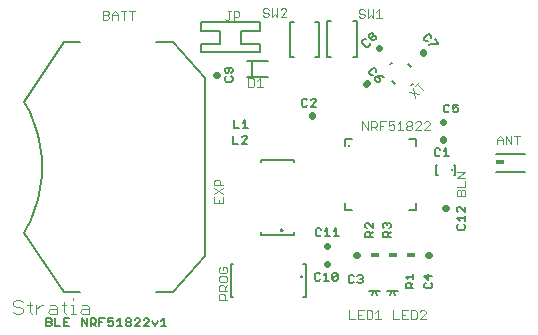
<source format=gto>
G75*
G70*
%OFA0B0*%
%FSLAX24Y24*%
%IPPOS*%
%LPD*%
%AMOC8*
5,1,8,0,0,1.08239X$1,22.5*
%
%ADD10C,0.0060*%
%ADD11C,0.0040*%
%ADD12C,0.0050*%
%ADD13C,0.0030*%
%ADD14C,0.0220*%
%ADD15R,0.0300X0.0180*%
%ADD16C,0.0080*%
%ADD17R,0.0094X0.0061*%
%ADD18R,0.0276X0.0118*%
D10*
X001600Y000199D02*
X001600Y000459D01*
X001730Y000459D01*
X001774Y000416D01*
X001774Y000372D01*
X001730Y000329D01*
X001774Y000286D01*
X001774Y000242D01*
X001730Y000199D01*
X001600Y000199D01*
X001600Y000329D02*
X001730Y000329D01*
X001895Y000459D02*
X001895Y000199D01*
X002068Y000199D01*
X002363Y000459D02*
X002190Y000459D01*
X002190Y000199D01*
X002363Y000199D01*
X002276Y000329D02*
X002190Y000329D01*
X002779Y000199D02*
X002779Y000459D01*
X002952Y000199D01*
X002952Y000459D01*
X003074Y000199D02*
X003074Y000459D01*
X003204Y000459D01*
X003247Y000416D01*
X003247Y000329D01*
X003204Y000286D01*
X003074Y000286D01*
X003160Y000286D02*
X003247Y000199D01*
X003368Y000199D02*
X003368Y000459D01*
X003542Y000459D01*
X003455Y000329D02*
X003368Y000329D01*
X003836Y000459D02*
X003663Y000459D01*
X003663Y000329D01*
X003750Y000372D01*
X003793Y000372D01*
X003836Y000329D01*
X003836Y000242D01*
X003793Y000199D01*
X003706Y000199D01*
X003663Y000242D01*
X003957Y000372D02*
X004044Y000459D01*
X004044Y000199D01*
X003957Y000199D02*
X004131Y000199D01*
X004252Y000416D02*
X004296Y000459D01*
X004382Y000459D01*
X004426Y000416D01*
X004426Y000372D01*
X004382Y000329D01*
X004426Y000286D01*
X004426Y000242D01*
X004382Y000199D01*
X004296Y000199D01*
X004252Y000242D01*
X004252Y000286D01*
X004296Y000329D01*
X004252Y000372D01*
X004252Y000416D01*
X004296Y000329D02*
X004382Y000329D01*
X004720Y000199D02*
X004547Y000199D01*
X004720Y000372D01*
X004720Y000416D01*
X004677Y000459D01*
X004590Y000459D01*
X004547Y000416D01*
X005015Y000199D02*
X004841Y000199D01*
X005015Y000372D01*
X005015Y000416D01*
X004972Y000459D01*
X004885Y000459D01*
X004841Y000416D01*
X005136Y000372D02*
X005223Y000199D01*
X005310Y000372D01*
X005431Y000372D02*
X005517Y000459D01*
X005517Y000199D01*
X005431Y000199D02*
X005604Y000199D01*
X014723Y006078D02*
X014680Y006121D01*
X014593Y006121D01*
X014550Y006078D01*
X014550Y005904D01*
X014593Y005861D01*
X014680Y005861D01*
X014723Y005904D01*
X014845Y006034D02*
X014931Y006121D01*
X014931Y005861D01*
X014845Y005861D02*
X015018Y005861D01*
X010302Y007734D02*
X010259Y007777D01*
X010172Y007777D01*
X010129Y007734D01*
X010129Y007560D01*
X010172Y007517D01*
X010259Y007517D01*
X010302Y007560D01*
X010597Y007517D02*
X010424Y007517D01*
X010597Y007690D01*
X010597Y007734D01*
X010554Y007777D01*
X010467Y007777D01*
X010424Y007734D01*
X011849Y001857D02*
X011806Y001900D01*
X011719Y001900D01*
X011676Y001857D01*
X011676Y001683D01*
X011719Y001640D01*
X011806Y001640D01*
X011849Y001683D01*
X011971Y001857D02*
X012014Y001900D01*
X012101Y001900D01*
X012144Y001857D01*
X012144Y001813D01*
X012101Y001770D01*
X012057Y001770D01*
X012101Y001770D02*
X012144Y001727D01*
X012144Y001683D01*
X012101Y001640D01*
X012014Y001640D01*
X011971Y001683D01*
X007855Y007063D02*
X007855Y006803D01*
X008028Y006803D01*
X008149Y006976D02*
X008236Y007063D01*
X008236Y006803D01*
X008149Y006803D02*
X008323Y006803D01*
X007827Y006539D02*
X007827Y006279D01*
X008000Y006279D01*
X008295Y006279D02*
X008121Y006279D01*
X008295Y006453D01*
X008295Y006496D01*
X008252Y006539D01*
X008165Y006539D01*
X008121Y006496D01*
X013837Y001469D02*
X013577Y001469D01*
X013577Y001599D01*
X013620Y001642D01*
X013707Y001642D01*
X013750Y001599D01*
X013750Y001469D01*
X013750Y001556D02*
X013837Y001642D01*
X013664Y001764D02*
X013577Y001850D01*
X013837Y001850D01*
X013837Y001764D02*
X013837Y001937D01*
X014246Y001630D02*
X014203Y001587D01*
X014203Y001500D01*
X014246Y001457D01*
X014420Y001457D01*
X014463Y001500D01*
X014463Y001587D01*
X014420Y001630D01*
X014463Y001882D02*
X014203Y001882D01*
X014333Y001752D01*
X014333Y001925D01*
X015023Y007537D02*
X014980Y007580D01*
X014893Y007580D01*
X014850Y007537D01*
X014850Y007363D01*
X014893Y007320D01*
X014980Y007320D01*
X015023Y007363D01*
X015318Y007580D02*
X015145Y007580D01*
X015145Y007450D01*
X015231Y007493D01*
X015275Y007493D01*
X015318Y007450D01*
X015318Y007363D01*
X015275Y007320D01*
X015188Y007320D01*
X015145Y007363D01*
X012602Y008682D02*
X012602Y008744D01*
X012541Y008805D01*
X012479Y008805D01*
X012357Y008682D01*
X012357Y008621D01*
X012418Y008560D01*
X012479Y008560D01*
X012841Y008505D02*
X012749Y008535D01*
X012626Y008535D01*
X012565Y008474D01*
X012565Y008413D01*
X012626Y008351D01*
X012688Y008351D01*
X012718Y008382D01*
X012718Y008443D01*
X012626Y008535D01*
X014433Y009810D02*
X014433Y009872D01*
X014372Y009933D01*
X014310Y009933D01*
X014188Y009810D01*
X014188Y009749D01*
X014249Y009688D01*
X014310Y009688D01*
X014549Y009755D02*
X014672Y009633D01*
X014641Y009602D01*
X014396Y009602D01*
X014365Y009571D01*
X012260Y009759D02*
X012198Y009759D01*
X012137Y009698D01*
X012137Y009636D01*
X012260Y009514D01*
X012321Y009514D01*
X012382Y009575D01*
X012382Y009636D01*
X012345Y009845D02*
X012345Y009906D01*
X012407Y009967D01*
X012468Y009967D01*
X012499Y009937D01*
X012499Y009875D01*
X012560Y009875D01*
X012591Y009845D01*
X012591Y009783D01*
X012529Y009722D01*
X012468Y009722D01*
X012437Y009753D01*
X012437Y009814D01*
X012376Y009814D01*
X012345Y009845D01*
X012437Y009814D02*
X012499Y009875D01*
X007598Y008523D02*
X007555Y008480D01*
X007555Y008393D01*
X007598Y008350D01*
X007772Y008350D01*
X007815Y008393D01*
X007815Y008480D01*
X007772Y008523D01*
X007772Y008645D02*
X007815Y008688D01*
X007815Y008775D01*
X007772Y008818D01*
X007598Y008818D01*
X007555Y008775D01*
X007555Y008688D01*
X007598Y008645D01*
X007642Y008645D01*
X007685Y008688D01*
X007685Y008818D01*
X012493Y003172D02*
X012233Y003172D01*
X012233Y003302D01*
X012276Y003345D01*
X012363Y003345D01*
X012406Y003302D01*
X012406Y003172D01*
X012406Y003259D02*
X012493Y003345D01*
X012493Y003640D02*
X012493Y003467D01*
X012320Y003640D01*
X012276Y003640D01*
X012233Y003597D01*
X012233Y003510D01*
X012276Y003467D01*
X013081Y003178D02*
X012821Y003178D01*
X012821Y003308D01*
X012864Y003351D01*
X012951Y003351D01*
X012994Y003308D01*
X012994Y003178D01*
X012994Y003265D02*
X013081Y003351D01*
X012864Y003473D02*
X012821Y003516D01*
X012821Y003603D01*
X012864Y003646D01*
X012908Y003646D01*
X012951Y003603D01*
X012951Y003559D01*
X012951Y003603D02*
X012994Y003646D01*
X013038Y003646D01*
X013081Y003603D01*
X013081Y003516D01*
X013038Y003473D01*
X010723Y001935D02*
X010680Y001978D01*
X010593Y001978D01*
X010550Y001935D01*
X010550Y001761D01*
X010593Y001718D01*
X010680Y001718D01*
X010723Y001761D01*
X010845Y001891D02*
X010931Y001978D01*
X010931Y001718D01*
X010845Y001718D02*
X011018Y001718D01*
X011139Y001761D02*
X011139Y001935D01*
X011183Y001978D01*
X011269Y001978D01*
X011313Y001935D01*
X011313Y001761D01*
X011269Y001718D01*
X011183Y001718D01*
X011139Y001761D01*
X011313Y001935D01*
X010763Y003413D02*
X010720Y003456D01*
X010633Y003456D01*
X010590Y003413D01*
X010590Y003239D01*
X010633Y003196D01*
X010720Y003196D01*
X010763Y003239D01*
X010885Y003369D02*
X010971Y003456D01*
X010971Y003196D01*
X010885Y003196D02*
X011058Y003196D01*
X011179Y003369D02*
X011266Y003456D01*
X011266Y003196D01*
X011179Y003196D02*
X011353Y003196D01*
X015338Y003589D02*
X015295Y003546D01*
X015295Y003459D01*
X015338Y003416D01*
X015512Y003416D01*
X015555Y003459D01*
X015555Y003546D01*
X015512Y003589D01*
X015382Y003711D02*
X015295Y003797D01*
X015555Y003797D01*
X015555Y003711D02*
X015555Y003884D01*
X015555Y004179D02*
X015555Y004005D01*
X015382Y004179D01*
X015338Y004179D01*
X015295Y004135D01*
X015295Y004049D01*
X015338Y004005D01*
D11*
X000811Y000990D02*
X000734Y001067D01*
X000581Y001067D01*
X000504Y000990D01*
X000504Y000914D01*
X000581Y000837D01*
X000734Y000837D01*
X000811Y000760D01*
X000811Y000683D01*
X000734Y000607D01*
X000581Y000607D01*
X000504Y000683D01*
X001041Y000990D02*
X001041Y000683D01*
X001118Y000607D01*
X001118Y000914D02*
X000965Y000914D01*
X001272Y000914D02*
X001272Y000607D01*
X001272Y000760D02*
X001425Y000914D01*
X001502Y000914D01*
X001732Y000914D02*
X001885Y000914D01*
X001962Y000837D01*
X001962Y000607D01*
X001732Y000607D01*
X001655Y000683D01*
X001732Y000760D01*
X001962Y000760D01*
X002192Y000990D02*
X002192Y000683D01*
X002269Y000607D01*
X002269Y000914D02*
X002116Y000914D01*
X002423Y000914D02*
X002499Y000914D01*
X002499Y000607D01*
X002423Y000607D02*
X002576Y000607D01*
X002499Y001067D02*
X002499Y001144D01*
X002806Y000914D02*
X002960Y000914D01*
X003036Y000837D01*
X003036Y000607D01*
X002806Y000607D01*
X002729Y000683D01*
X002806Y000760D01*
X003036Y000760D01*
D12*
X011683Y006215D02*
X011685Y006220D01*
X011689Y006223D01*
X011693Y006223D01*
X011697Y006220D01*
X011699Y006215D01*
X011697Y006210D01*
X011693Y006207D01*
X011689Y006207D01*
X011685Y006210D01*
X011683Y006215D01*
X011549Y006201D02*
X011549Y006431D01*
X011778Y006431D01*
X013911Y006432D02*
X013911Y006201D01*
X013911Y004069D02*
X013681Y004069D01*
X011549Y004069D02*
X011549Y004299D01*
X013682Y006432D02*
X013911Y006432D01*
X013911Y004298D02*
X013911Y004069D01*
X011778Y004069D02*
X011549Y004069D01*
X013214Y008279D02*
X013109Y008384D01*
X013666Y008941D02*
X013771Y008836D01*
X013812Y008286D02*
X013764Y008238D01*
X013068Y008934D02*
X013116Y008982D01*
X010076Y001848D02*
X010078Y001857D01*
X010083Y001866D01*
X010090Y001871D01*
X010100Y001874D01*
X010109Y001873D01*
X010118Y001869D01*
X010124Y001862D01*
X010128Y001853D01*
X010128Y001843D01*
X010124Y001834D01*
X010118Y001827D01*
X010109Y001823D01*
X010100Y001822D01*
X010090Y001825D01*
X010083Y001830D01*
X010078Y001839D01*
X010076Y001848D01*
X010160Y001158D02*
X010248Y001158D01*
X010248Y002262D01*
X010170Y002262D01*
X007834Y001160D02*
X007834Y001158D01*
X007752Y001158D01*
X007752Y002262D01*
X007830Y002262D01*
X009422Y003398D02*
X009424Y003407D01*
X009429Y003416D01*
X009436Y003421D01*
X009446Y003424D01*
X009455Y003423D01*
X009464Y003419D01*
X009470Y003412D01*
X009474Y003403D01*
X009474Y003393D01*
X009470Y003384D01*
X009464Y003377D01*
X009455Y003373D01*
X009446Y003372D01*
X009436Y003375D01*
X009429Y003380D01*
X009424Y003389D01*
X009422Y003398D01*
X008758Y003340D02*
X008758Y003252D01*
X009862Y003252D01*
X009862Y003330D01*
X008760Y005666D02*
X008758Y005666D01*
X008758Y005748D01*
X009862Y005748D01*
X009862Y005670D01*
X014638Y005566D02*
X014594Y005566D01*
X014594Y005250D01*
X014640Y005250D01*
X015180Y005566D02*
X015224Y005566D01*
X015224Y005250D01*
X015180Y005250D01*
X016577Y005950D02*
X017549Y005950D01*
X017549Y005320D02*
X016577Y005320D01*
X006746Y010052D02*
X006746Y010330D01*
X008714Y010330D01*
X008714Y010052D01*
X006746Y009608D02*
X006746Y009608D01*
X006746Y009330D01*
X008714Y009330D01*
X008714Y009608D01*
X006746Y010052D02*
X007382Y010052D01*
X007382Y009608D01*
X006746Y009608D01*
X008714Y010052D02*
X008078Y010052D01*
X008078Y009608D01*
X008714Y009608D01*
X011102Y009180D02*
X010968Y009180D01*
X010968Y010360D01*
X011100Y010360D01*
X011818Y009180D02*
X011952Y009180D01*
X011952Y010360D01*
X011820Y010360D01*
X009852Y009170D02*
X009718Y009170D01*
X009718Y010350D01*
X009850Y010350D01*
X010568Y009170D02*
X010702Y009170D01*
X010702Y010350D01*
X010570Y010350D01*
D13*
X012129Y006730D02*
X012129Y007020D01*
X012322Y006730D01*
X012322Y007020D01*
X012424Y006730D02*
X012424Y007020D01*
X012569Y007020D01*
X012617Y006972D01*
X012617Y006875D01*
X012569Y006827D01*
X012424Y006827D01*
X012520Y006827D02*
X012617Y006730D01*
X012718Y006730D02*
X012718Y007020D01*
X012912Y007020D01*
X012815Y006875D02*
X012718Y006875D01*
X013206Y007020D02*
X013013Y007020D01*
X013013Y006875D01*
X013110Y006923D01*
X013158Y006923D01*
X013206Y006875D01*
X013206Y006778D01*
X013158Y006730D01*
X013061Y006730D01*
X013013Y006778D01*
X013308Y006923D02*
X013404Y007020D01*
X013404Y006730D01*
X013308Y006730D02*
X013501Y006730D01*
X013602Y006972D02*
X013651Y007020D01*
X013747Y007020D01*
X013796Y006972D01*
X013796Y006923D01*
X013747Y006875D01*
X013796Y006827D01*
X013796Y006778D01*
X013747Y006730D01*
X013651Y006730D01*
X013602Y006778D01*
X013602Y006827D01*
X013651Y006875D01*
X013602Y006923D01*
X013602Y006972D01*
X013651Y006875D02*
X013747Y006875D01*
X014090Y006730D02*
X013897Y006730D01*
X014090Y006923D01*
X014090Y006972D01*
X014042Y007020D01*
X013945Y007020D01*
X013897Y006972D01*
X014385Y006730D02*
X014192Y006730D01*
X014385Y006923D01*
X014385Y006972D01*
X014337Y007020D01*
X014240Y007020D01*
X014192Y006972D01*
X014020Y007926D02*
X013678Y007994D01*
X013814Y008131D02*
X013883Y007789D01*
X014160Y008066D02*
X013954Y008271D01*
X013886Y008203D02*
X014023Y008340D01*
X008330Y008453D02*
X008330Y008163D01*
X008475Y008163D01*
X008523Y008211D01*
X008523Y008405D01*
X008475Y008453D01*
X008330Y008453D01*
X008624Y008356D02*
X008721Y008453D01*
X008721Y008163D01*
X008624Y008163D02*
X008818Y008163D01*
X011686Y000726D02*
X011686Y000436D01*
X011879Y000436D01*
X012174Y000726D02*
X011981Y000726D01*
X011981Y000436D01*
X012174Y000436D01*
X012077Y000581D02*
X011981Y000581D01*
X012275Y000726D02*
X012275Y000436D01*
X012420Y000436D01*
X012469Y000484D01*
X012469Y000678D01*
X012420Y000726D01*
X012275Y000726D01*
X012570Y000629D02*
X012667Y000726D01*
X012667Y000436D01*
X012763Y000436D02*
X012570Y000436D01*
X013166Y000726D02*
X013166Y000436D01*
X013359Y000436D01*
X013654Y000726D02*
X013461Y000726D01*
X013461Y000436D01*
X013654Y000436D01*
X013557Y000581D02*
X013461Y000581D01*
X013755Y000726D02*
X013755Y000436D01*
X013900Y000436D01*
X013949Y000484D01*
X013949Y000678D01*
X013900Y000726D01*
X013755Y000726D01*
X014243Y000436D02*
X014050Y000436D01*
X014243Y000629D01*
X014243Y000678D01*
X014195Y000726D01*
X014098Y000726D01*
X014050Y000678D01*
X007639Y001076D02*
X007349Y001076D01*
X007349Y001221D01*
X007397Y001269D01*
X007494Y001269D01*
X007542Y001221D01*
X007542Y001076D01*
X007639Y001371D02*
X007349Y001371D01*
X007349Y001516D01*
X007397Y001564D01*
X007494Y001564D01*
X007542Y001516D01*
X007542Y001371D01*
X007542Y001467D02*
X007639Y001564D01*
X007349Y001810D02*
X007349Y001714D01*
X007397Y001665D01*
X007591Y001665D01*
X007639Y001714D01*
X007639Y001810D01*
X007591Y001859D01*
X007397Y001859D01*
X007349Y001810D01*
X007397Y002153D02*
X007349Y002105D01*
X007349Y002008D01*
X007397Y001960D01*
X007591Y001960D01*
X007639Y002008D01*
X007639Y002105D01*
X007591Y002153D01*
X007494Y002153D01*
X007494Y002057D01*
X007199Y004495D02*
X007199Y004302D01*
X007489Y004302D01*
X007489Y004495D01*
X007344Y004399D02*
X007344Y004302D01*
X007199Y004596D02*
X007489Y004790D01*
X007489Y004596D02*
X007199Y004790D01*
X007489Y004891D02*
X007199Y004891D01*
X007199Y005036D01*
X007247Y005085D01*
X007344Y005085D01*
X007392Y005036D01*
X007392Y004891D01*
X015567Y004550D02*
X015277Y004550D01*
X015277Y004695D01*
X015325Y004743D01*
X015374Y004743D01*
X015422Y004695D01*
X015470Y004743D01*
X015519Y004743D01*
X015567Y004695D01*
X015567Y004550D01*
X015422Y004550D02*
X015422Y004695D01*
X015277Y004845D02*
X015567Y004845D01*
X015567Y005038D01*
X015567Y005139D02*
X015277Y005139D01*
X015567Y005333D01*
X015277Y005333D01*
X016614Y006255D02*
X016614Y006448D01*
X016711Y006545D01*
X016807Y006448D01*
X016807Y006255D01*
X016807Y006400D02*
X016614Y006400D01*
X016909Y006255D02*
X016909Y006545D01*
X017102Y006255D01*
X017102Y006545D01*
X017300Y006545D02*
X017300Y006255D01*
X017203Y006545D02*
X017397Y006545D01*
X007550Y010449D02*
X007598Y010401D01*
X007647Y010401D01*
X007695Y010449D01*
X007695Y010691D01*
X007647Y010691D02*
X007743Y010691D01*
X007845Y010401D02*
X007845Y010691D01*
X007990Y010691D01*
X008038Y010643D01*
X008038Y010546D01*
X007990Y010498D01*
X007845Y010498D01*
X003489Y010411D02*
X003489Y010701D01*
X003634Y010701D01*
X003682Y010653D01*
X003682Y010604D01*
X003634Y010556D01*
X003682Y010508D01*
X003682Y010459D01*
X003634Y010411D01*
X003489Y010411D01*
X003489Y010556D02*
X003634Y010556D01*
X003784Y010411D02*
X003784Y010604D01*
X003880Y010701D01*
X003977Y010604D01*
X003977Y010411D01*
X003977Y010556D02*
X003784Y010556D01*
X004175Y010411D02*
X004175Y010701D01*
X004078Y010701D02*
X004272Y010701D01*
X004470Y010701D02*
X004470Y010411D01*
X004373Y010701D02*
X004566Y010701D01*
X012209Y010714D02*
X012161Y010762D01*
X012064Y010762D01*
X012016Y010714D01*
X012016Y010665D01*
X012064Y010617D01*
X012161Y010617D01*
X012209Y010569D01*
X012209Y010520D01*
X012161Y010472D01*
X012064Y010472D01*
X012016Y010520D01*
X012311Y010762D02*
X012311Y010472D01*
X012407Y010569D01*
X012504Y010472D01*
X012504Y010762D01*
X012605Y010665D02*
X012702Y010762D01*
X012702Y010472D01*
X012605Y010472D02*
X012799Y010472D01*
X009011Y010747D02*
X008963Y010795D01*
X008866Y010795D01*
X008818Y010747D01*
X008818Y010698D01*
X008866Y010650D01*
X008963Y010650D01*
X009011Y010602D01*
X009011Y010553D01*
X008963Y010505D01*
X008866Y010505D01*
X008818Y010553D01*
X009113Y010795D02*
X009113Y010505D01*
X009209Y010602D01*
X009306Y010505D01*
X009306Y010795D01*
X009601Y010505D02*
X009407Y010505D01*
X009601Y010698D01*
X009601Y010747D01*
X009552Y010795D01*
X009456Y010795D01*
X009407Y010747D01*
D14*
X014820Y006432D02*
X014820Y006408D01*
X010452Y007218D02*
X010452Y007242D01*
X011928Y002580D02*
X011952Y002580D01*
X014328Y002580D02*
X014352Y002580D01*
X014820Y006988D02*
X014820Y007012D01*
X012288Y008288D02*
X012272Y008272D01*
X014142Y009312D02*
X014158Y009328D01*
X012698Y009462D02*
X012682Y009478D01*
X007289Y008583D02*
X007265Y008583D01*
X010940Y002282D02*
X010940Y002258D01*
X010940Y002858D02*
X010940Y002882D01*
X014898Y004130D02*
X014922Y004130D01*
D15*
X013740Y002580D03*
X012540Y002580D03*
X013140Y002580D03*
D16*
X008296Y009024D02*
X008453Y009024D01*
X009004Y009024D01*
X008296Y008512D02*
X008453Y008512D01*
X009004Y008512D01*
X008453Y008512D02*
X008453Y009024D01*
X012721Y001367D02*
X012540Y001367D01*
X012359Y001367D01*
X012540Y001367D02*
X012632Y001245D01*
X012530Y001361D02*
X012454Y001245D01*
X013321Y001367D02*
X013140Y001367D01*
X012959Y001367D01*
X013140Y001367D02*
X013232Y001245D01*
X013130Y001361D02*
X013054Y001245D01*
X006874Y002547D02*
X006874Y008453D01*
X005811Y009654D01*
X006874Y002547D02*
X005811Y001346D01*
X002189Y001346D02*
X000850Y003315D01*
X000949Y003488D01*
X001040Y003666D01*
X001123Y003848D01*
X001197Y004033D01*
X001262Y004222D01*
X001318Y004414D01*
X001365Y004608D01*
X001402Y004804D01*
X001430Y005002D01*
X001449Y005201D01*
X001459Y005400D01*
X001459Y005600D01*
X001449Y005799D01*
X001430Y005998D01*
X001402Y006196D01*
X001365Y006392D01*
X001318Y006586D01*
X001262Y006778D01*
X001197Y006967D01*
X001123Y007152D01*
X001040Y007334D01*
X000949Y007512D01*
X000850Y007685D01*
X002189Y009654D01*
X005240Y001346D02*
X005811Y001346D01*
X005811Y009654D02*
X005240Y009654D01*
X002720Y009654D02*
X002189Y009654D01*
X002189Y001346D02*
X002720Y001346D01*
D17*
X015111Y005409D03*
D18*
X016728Y005655D03*
M02*

</source>
